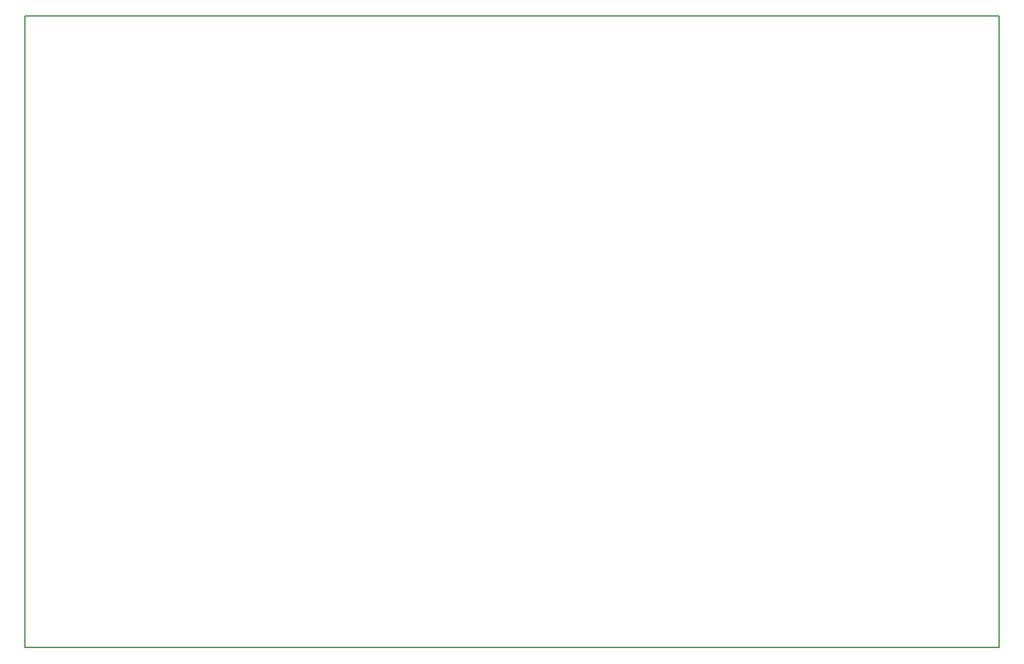
<source format=gbr>
G04 DipTrace 2.3.1.0*
%INBoardOutline.gbr*%
%MOIN*%
%ADD11C,0.0055*%
%FSLAX44Y44*%
G04*
G70*
G90*
G75*
G01*
%LNBoardOutline*%
%LPD*%
X3937Y3937D2*
D11*
Y36937D1*
X54817D1*
Y3937D1*
X3937D1*
M02*

</source>
